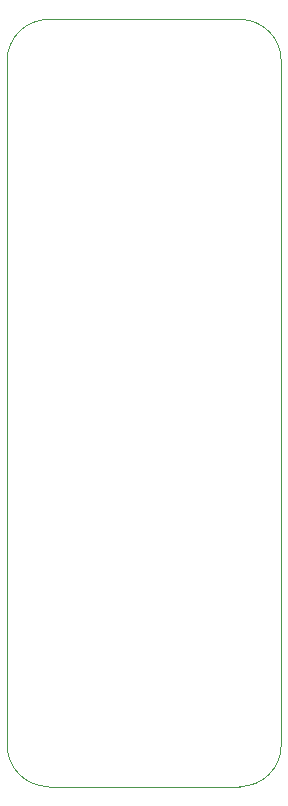
<source format=gbr>
%TF.GenerationSoftware,KiCad,Pcbnew,(5.1.6)-1*%
%TF.CreationDate,2020-06-28T00:18:02-05:00*%
%TF.ProjectId,rpi_adapter,7270695f-6164-4617-9074-65722e6b6963,rev?*%
%TF.SameCoordinates,Original*%
%TF.FileFunction,Profile,NP*%
%FSLAX46Y46*%
G04 Gerber Fmt 4.6, Leading zero omitted, Abs format (unit mm)*
G04 Created by KiCad (PCBNEW (5.1.6)-1) date 2020-06-28 00:18:02*
%MOMM*%
%LPD*%
G01*
G04 APERTURE LIST*
%TA.AperFunction,Profile*%
%ADD10C,0.050000*%
%TD*%
G04 APERTURE END LIST*
D10*
X116550000Y-124400000D02*
X116550000Y-66450000D01*
X116550000Y-124400000D02*
G75*
G02*
X113050000Y-127900000I-3500000J0D01*
G01*
X113050000Y-62950000D02*
G75*
G02*
X116550000Y-66450000I0J-3500000D01*
G01*
X93350000Y-66450000D02*
X93350000Y-124400000D01*
X96850000Y-127900000D02*
X113050000Y-127900000D01*
X113050000Y-62950000D02*
X96850000Y-62950000D01*
X93350000Y-66450000D02*
G75*
G02*
X96850000Y-62950000I3500000J0D01*
G01*
X96850000Y-127900000D02*
G75*
G02*
X93350000Y-124400000I0J3500000D01*
G01*
M02*

</source>
